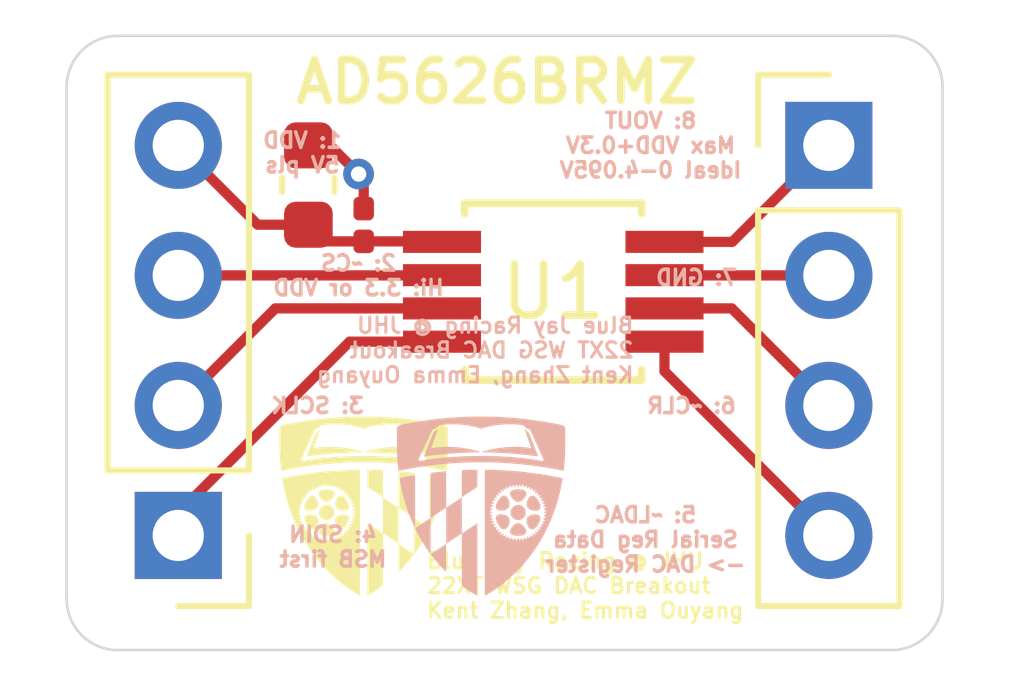
<source format=kicad_pcb>
(kicad_pcb (version 20241229) (generator "pcbnew") (generator_version "9.0")
  (layers (0 "F.Cu" signal) (2 "B.Cu" signal) (13 "F.Paste" user) (15 "B.Paste" user) (5 "F.SilkS" user "F.Silkscreen") (7 "B.SilkS" user "B.Silkscreen") (1 "F.Mask" user) (3 "B.Mask" user) (25 "Edge.Cuts" user))
  (net 0 "")
  (net 1 "Net-(J1-Pin_4)")
  (net 2 "Net-(J1-Pin_1)")
  (net 3 "Net-(J1-Pin_3)")
  (net 4 "Net-(J2-Pin_2)")
  (net 5 "Net-(J2-Pin_3)")
  (net 6 "Net-(J2-Pin_1)")
  (net 7 "Net-(J2-Pin_4)")
  (net 8 "GND_C")
  (footprint "Connector_PinHeader_2.54mm:PinHeader_1x04_P2.54mm_Vertical" (layer "F.Cu") (at 132.08 99.06 180)
    (property "Reference" "J2" (hide yes))
    (property "Value" "Conn_01x04" (hide yes))
    (pad "1" thru_hole rect (at 0 0 180) (size 1.7 1.7) (drill 1) (layers "*.Cu" "*.Mask") (net 6 "Net-(J2-Pin_1)"))
    (pad "2" thru_hole circle (at 0 2.54 180) (size 1.7 1.7) (drill 1) (layers "*.Cu" "*.Mask") (net 4 "Net-(J2-Pin_2)"))
    (pad "3" thru_hole circle (at 0 5.08 180) (size 1.7 1.7) (drill 1) (layers "*.Cu" "*.Mask") (net 5 "Net-(J2-Pin_3)"))
    (pad "4" thru_hole circle (at 0 7.62 180) (size 1.7 1.7) (drill 1) (layers "*.Cu" "*.Mask") (net 7 "Net-(J2-Pin_4)"))
  )
  (footprint "Capacitor_SMD:C_0603_1608Metric" (layer "F.Cu") (at 134.62 92.215 90)
    (property "Reference" "10uF" (hide yes))
    (property "Value" "10uF")
    (pad "1" smd roundrect (at -0.775 0 90) (size 0.9 0.95) (layers "F.Cu" "F.Mask" "F.Paste") (net 7 "Net-(J2-Pin_4)"))
    (pad "2" smd roundrect (at 0.775 0 90) (size 0.9 0.95) (layers "F.Cu" "F.Mask" "F.Paste") (net 8 "GND_C"))
  )
  (footprint "footprints:RM_8_ADI" (layer "F.Cu") (at 139.4 94.3)
    (property "Reference" "U1" (at 0 0 0) (layer "F.SilkS"))
    (property "Value" "AD5626BRMZ" (at -1.1 -4.1 0) (layer "F.SilkS") (effects (font (size 0.8 0.8))))
    (pad "1" smd rect (at -2.1717 -0.974999) (size 1.524 0.4318) (layers "F.Cu" "F.Mask" "F.Paste") (net 7 "Net-(J2-Pin_4)"))
    (pad "2" smd rect (at -2.1717 -0.325001) (size 1.524 0.4318) (layers "F.Cu" "F.Mask" "F.Paste") (net 5 "Net-(J2-Pin_3)"))
    (pad "3" smd rect (at -2.1717 0.325001) (size 1.524 0.4318) (layers "F.Cu" "F.Mask" "F.Paste") (net 4 "Net-(J2-Pin_2)"))
    (pad "4" smd rect (at -2.1717 0.974999) (size 1.524 0.4318) (layers "F.Cu" "F.Mask" "F.Paste") (net 6 "Net-(J2-Pin_1)"))
    (pad "5" smd rect (at 2.1717 0.974999) (size 1.524 0.4318) (layers "F.Cu" "F.Mask" "F.Paste") (net 1 "Net-(J1-Pin_4)"))
    (pad "6" smd rect (at 2.1717 0.325001) (size 1.524 0.4318) (layers "F.Cu" "F.Mask" "F.Paste") (net 3 "Net-(J1-Pin_3)"))
    (pad "7" smd rect (at 2.1717 -0.325001) (size 1.524 0.4318) (layers "F.Cu" "F.Mask" "F.Paste") (net 8 "GND_C"))
    (pad "8" smd rect (at 2.1717 -0.974999) (size 1.524 0.4318) (layers "F.Cu" "F.Mask" "F.Paste") (net 2 "Net-(J1-Pin_1)"))
  )
  (footprint "Capacitor_SMD:C_0201_0603Metric" (layer "F.Cu") (at 135.7 92.995 90)
    (property "Reference" "0.1uF" (hide yes))
    (property "Value" "0.1uF")
    (pad "1" smd roundrect (at -0.32 0 90) (size 0.46 0.4) (layers "F.Cu" "F.Mask") (net 7 "Net-(J2-Pin_4)"))
    (pad "2" smd roundrect (at 0.32 0 90) (size 0.46 0.4) (layers "F.Cu" "F.Mask") (net 8 "GND_C"))
  )
  (footprint "Connector_PinHeader_2.54mm:PinHeader_1x04_P2.54mm_Vertical" (layer "F.Cu") (at 144.78 91.44)
    (property "Reference" "J1" (hide yes))
    (property "Value" "Conn_01x04" (hide yes))
    (pad "1" thru_hole rect (at 0 0) (size 1.7 1.7) (drill 1) (layers "*.Cu" "*.Mask") (net 2 "Net-(J1-Pin_1)"))
    (pad "2" thru_hole circle (at 0 2.54) (size 1.7 1.7) (drill 1) (layers "*.Cu" "*.Mask") (net 8 "GND_C"))
    (pad "3" thru_hole circle (at 0 5.08) (size 1.7 1.7) (drill 1) (layers "*.Cu" "*.Mask") (net 3 "Net-(J1-Pin_3)"))
    (pad "4" thru_hole circle (at 0 7.62) (size 1.7 1.7) (drill 1) (layers "*.Cu" "*.Mask") (net 1 "Net-(J1-Pin_4)"))
  )
  (footprint "BJR_LOGO" (layer "F.Cu") (at 135.7 98.5)
    (property "Reference" "G***" (hide yes))
    (property "Value" "BJR_LOGO" (hide yes))
  )
  (footprint "BJR_LOGO" (layer "B.Cu") (at 137.991376 98.499485 180)
    (property "Reference" "G***" (hide yes))
    (property "Value" "BJR_LOGO" (hide yes))
  )
  (gr_arc (start 147 100.3) (mid 146.707107 101.007107) (end 146 101.3) (stroke (width 0.05)) (layer "Edge.Cuts"))
  (gr_line (start 129.9 100.3) (end 129.9 90.3) (stroke (width 0.05)) (layer "Edge.Cuts"))
  (gr_line (start 130.9 89.3) (end 146 89.3) (stroke (width 0.05)) (layer "Edge.Cuts"))
  (gr_arc (start 129.9 90.3) (mid 130.192893 89.592893) (end 130.9 89.3) (stroke (width 0.05)) (layer "Edge.Cuts"))
  (gr_line (start 147 90.3) (end 147 100.3) (stroke (width 0.05)) (layer "Edge.Cuts"))
  (gr_arc (start 146 89.3) (mid 146.707107 89.592893) (end 147 90.3) (stroke (width 0.05)) (layer "Edge.Cuts"))
  (gr_arc (start 130.9 101.3) (mid 130.192893 101.007107) (end 129.9 100.3) (stroke (width 0.05)) (layer "Edge.Cuts"))
  (gr_line (start 146 101.3) (end 130.9 101.3) (stroke (width 0.05)) (layer "Edge.Cuts"))
  (gr_text "Blue Jay Racing @ JHU\n22XT WSG DAC Breakout\nKent Zhang, Emma Ouyang" (at 136.9 100.7 0) (layer "F.SilkS") (effects (font (size 0.3 0.3) (thickness 0.06) (bold yes)) (justify left bottom)))
  (gr_text "7: GND" (at 142.2 94.2 -0) (layer "B.SilkS") (effects (font (size 0.3 0.3) (thickness 0.07) (bold yes)) (justify bottom mirror)))
  (gr_text "1: VDD\n5V pls\n" (at 134.5 92 -0) (layer "B.SilkS") (effects (font (size 0.3 0.3) (thickness 0.07) (bold yes)) (justify bottom mirror)))
  (gr_text "2: ~CS\nHi: 3.3 or VDD" (at 135.6 94.4 -0) (layer "B.SilkS") (effects (font (size 0.3 0.3) (thickness 0.07) (bold yes)) (justify bottom mirror)))
  (gr_text "8: VOUT\nMax VDD+0.3V\nIdeal 0-4.095V" (at 141.3 92.1 -0) (layer "B.SilkS") (effects (font (size 0.3 0.3) (thickness 0.07)) (justify bottom mirror)))
  (gr_text "Blue Jay Racing @ JHU\n22XT WSG DAC Breakout\nKent Zhang, Emma Ouyang" (at 141 96.1 0) (layer "B.SilkS") (effects (font (size 0.3 0.3) (thickness 0.06) (bold yes)) (justify left bottom mirror)))
  (gr_text "4: SDIN\nMSB first" (at 135.1 99.7 -0) (layer "B.SilkS") (effects (font (size 0.3 0.3) (thickness 0.07) (bold yes)) (justify bottom mirror)))
  (gr_text "5: ~LDAC\nSerial Reg Data\n-> DAC Register" (at 141.2 99.8 -0) (layer "B.SilkS") (effects (font (size 0.3 0.3) (thickness 0.07) (bold yes)) (justify bottom mirror)))
  (gr_text "6: ~CLR" (at 142.1 96.7 -0) (layer "B.SilkS") (effects (font (size 0.3 0.3) (thickness 0.07) (bold yes)) (justify bottom mirror)))
  (gr_text "3: SCLK" (at 134.8 96.7 -0) (layer "B.SilkS") (effects (font (size 0.3 0.3) (thickness 0.07) (bold yes)) (justify bottom mirror)))
  (segment (start 144.78 99.06) (end 141.5717 95.8517) (width 0.2) (layer "F.Cu") (net 1))
  (segment (start 141.5717 95.8517) (end 141.5717 95.274999) (width 0.2) (layer "F.Cu") (net 1))
  (segment (start 141.5717 93.325001) (end 142.894999 93.325001) (width 0.2) (layer "F.Cu") (net 2))
  (segment (start 142.894999 93.325001) (end 144.78 91.44) (width 0.2) (layer "F.Cu") (net 2))
  (segment (start 141.5717 94.625001) (end 142.885001 94.625001) (width 0.2) (layer "F.Cu") (net 3))
  (segment (start 142.885001 94.625001) (end 144.78 96.52) (width 0.2) (layer "F.Cu") (net 3))
  (segment (start 132.08 96.52) (end 133.974999 94.625001) (width 0.2) (layer "F.Cu") (net 4))
  (segment (start 133.974999 94.625001) (end 137.2283 94.625001) (width 0.2) (layer "F.Cu") (net 4))
  (segment (start 132.08 93.98) (end 137.223299 93.98) (width 0.2) (layer "F.Cu") (net 5))
  (segment (start 137.223299 93.98) (end 137.2283 93.974999) (width 0.2) (layer "F.Cu") (net 5))
  (segment (start 132.08 99.06) (end 132.08 98.62) (width 0.2) (layer "F.Cu") (net 6))
  (segment (start 132.08 98.62) (end 135.425001 95.274999) (width 0.2) (layer "F.Cu") (net 6))
  (segment (start 135.425001 95.274999) (end 137.2283 95.274999) (width 0.2) (layer "F.Cu") (net 6))
  (segment (start 132.08 91.44) (end 133.63 92.99) (width 0.2) (layer "F.Cu") (net 7))
  (segment (start 134.62 92.99) (end 134.945 93.315) (width 0.2) (layer "F.Cu") (net 7))
  (segment (start 134.945 93.315) (end 135.7 93.315) (width 0.2) (layer "F.Cu") (net 7))
  (segment (start 133.63 92.99) (end 134.62 92.99) (width 0.2) (layer "F.Cu") (net 7))
  (segment (start 135.7 93.315) (end 137.218299 93.315) (width 0.2) (layer "F.Cu") (net 7))
  (segment (start 137.218299 93.315) (end 137.2283 93.325001) (width 0.2) (layer "F.Cu") (net 7))
  (segment (start 135.7 92.1) (end 135.6 92) (width 0.2) (layer "F.Cu") (net 8))
  (segment (start 134.62 91.44) (end 135.04 91.44) (width 0.2) (layer "F.Cu") (net 8))
  (segment (start 135.7 92.675) (end 135.7 92.1) (width 0.2) (layer "F.Cu") (net 8))
  (segment (start 135.04 91.44) (end 135.6 92) (width 0.2) (layer "F.Cu") (net 8))
  (segment (start 141.576701 93.98) (end 141.5717 93.974999) (width 0.2) (layer "F.Cu") (net 8))
  (segment (start 144.78 93.98) (end 141.576701 93.98) (width 0.2) (layer "F.Cu") (net 8))
  (via (at 135.6 92) (size 0.6) (drill 0.3) (layers "F.Cu" "B.Cu") (net 8))
)
</source>
